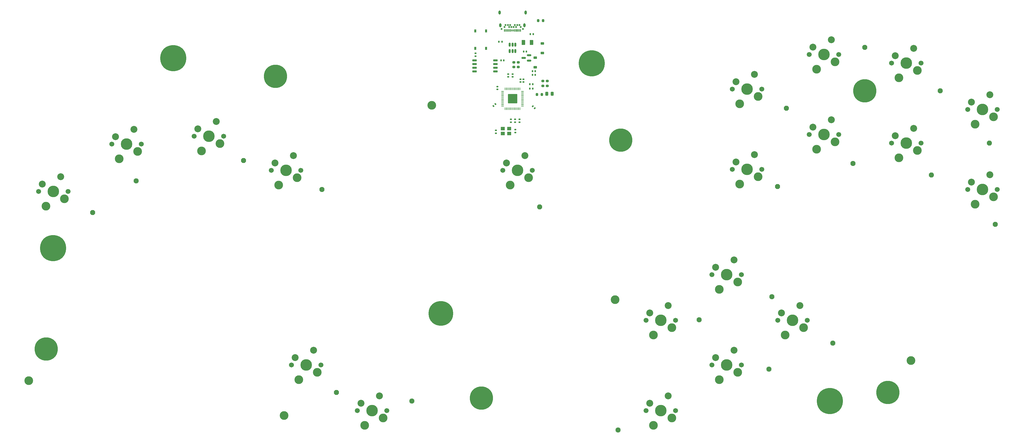
<source format=gbr>
%TF.GenerationSoftware,KiCad,Pcbnew,(7.0.0)*%
%TF.CreationDate,2023-03-04T09:22:39-05:00*%
%TF.ProjectId,ICOF1,49434f46-312e-46b6-9963-61645f706362,rev?*%
%TF.SameCoordinates,Original*%
%TF.FileFunction,Soldermask,Top*%
%TF.FilePolarity,Negative*%
%FSLAX46Y46*%
G04 Gerber Fmt 4.6, Leading zero omitted, Abs format (unit mm)*
G04 Created by KiCad (PCBNEW (7.0.0)) date 2023-03-04 09:22:39*
%MOMM*%
%LPD*%
G01*
G04 APERTURE LIST*
G04 Aperture macros list*
%AMRoundRect*
0 Rectangle with rounded corners*
0 $1 Rounding radius*
0 $2 $3 $4 $5 $6 $7 $8 $9 X,Y pos of 4 corners*
0 Add a 4 corners polygon primitive as box body*
4,1,4,$2,$3,$4,$5,$6,$7,$8,$9,$2,$3,0*
0 Add four circle primitives for the rounded corners*
1,1,$1+$1,$2,$3*
1,1,$1+$1,$4,$5*
1,1,$1+$1,$6,$7*
1,1,$1+$1,$8,$9*
0 Add four rect primitives between the rounded corners*
20,1,$1+$1,$2,$3,$4,$5,0*
20,1,$1+$1,$4,$5,$6,$7,0*
20,1,$1+$1,$6,$7,$8,$9,0*
20,1,$1+$1,$8,$9,$2,$3,0*%
%AMFreePoly0*
4,1,17,0.425901,0.806901,0.806901,0.425901,0.825500,0.381000,0.825500,-0.381000,0.806901,-0.425901,0.425901,-0.806901,0.381000,-0.825500,-0.381000,-0.825500,-0.425901,-0.806901,-0.806901,-0.425901,-0.825500,-0.381000,-0.825500,0.381000,-0.806901,0.425901,-0.425901,0.806901,-0.381000,0.825500,0.381000,0.825500,0.425901,0.806901,0.425901,0.806901,$1*%
G04 Aperture macros list end*
%ADD10R,0.750000X1.000000*%
%ADD11RoundRect,0.243750X-0.243750X-0.456250X0.243750X-0.456250X0.243750X0.456250X-0.243750X0.456250X0*%
%ADD12RoundRect,0.200000X-0.200000X-0.275000X0.200000X-0.275000X0.200000X0.275000X-0.200000X0.275000X0*%
%ADD13RoundRect,0.144000X-1.456000X-1.456000X1.456000X-1.456000X1.456000X1.456000X-1.456000X1.456000X0*%
%ADD14RoundRect,0.050000X-0.050000X-0.387500X0.050000X-0.387500X0.050000X0.387500X-0.050000X0.387500X0*%
%ADD15RoundRect,0.050000X-0.387500X-0.050000X0.387500X-0.050000X0.387500X0.050000X-0.387500X0.050000X0*%
%ADD16C,2.374900*%
%ADD17C,1.701800*%
%ADD18C,3.000000*%
%ADD19C,3.987800*%
%ADD20FreePoly0,0.000000*%
%ADD21C,9.000000*%
%ADD22C,8.000000*%
%ADD23RoundRect,0.140000X0.170000X-0.140000X0.170000X0.140000X-0.170000X0.140000X-0.170000X-0.140000X0*%
%ADD24RoundRect,0.200000X-0.275000X0.200000X-0.275000X-0.200000X0.275000X-0.200000X0.275000X0.200000X0*%
%ADD25RoundRect,0.150000X0.587500X0.150000X-0.587500X0.150000X-0.587500X-0.150000X0.587500X-0.150000X0*%
%ADD26RoundRect,0.140000X0.140000X0.170000X-0.140000X0.170000X-0.140000X-0.170000X0.140000X-0.170000X0*%
%ADD27RoundRect,0.200000X0.275000X-0.200000X0.275000X0.200000X-0.275000X0.200000X-0.275000X-0.200000X0*%
%ADD28RoundRect,0.140000X-0.219203X-0.021213X-0.021213X-0.219203X0.219203X0.021213X0.021213X0.219203X0*%
%ADD29RoundRect,0.135000X0.135000X0.185000X-0.135000X0.185000X-0.135000X-0.185000X0.135000X-0.185000X0*%
%ADD30R,1.400000X1.200000*%
%ADD31RoundRect,0.140000X-0.021213X0.219203X-0.219203X0.021213X0.021213X-0.219203X0.219203X-0.021213X0*%
%ADD32RoundRect,0.250000X-0.375000X-0.625000X0.375000X-0.625000X0.375000X0.625000X-0.375000X0.625000X0*%
%ADD33RoundRect,0.225000X0.375000X-0.225000X0.375000X0.225000X-0.375000X0.225000X-0.375000X-0.225000X0*%
%ADD34RoundRect,0.200000X0.200000X0.275000X-0.200000X0.275000X-0.200000X-0.275000X0.200000X-0.275000X0*%
%ADD35RoundRect,0.140000X-0.140000X-0.170000X0.140000X-0.170000X0.140000X0.170000X-0.140000X0.170000X0*%
%ADD36RoundRect,0.135000X0.185000X-0.135000X0.185000X0.135000X-0.185000X0.135000X-0.185000X-0.135000X0*%
%ADD37RoundRect,0.140000X-0.170000X0.140000X-0.170000X-0.140000X0.170000X-0.140000X0.170000X0.140000X0*%
%ADD38RoundRect,0.135000X-0.185000X0.135000X-0.185000X-0.135000X0.185000X-0.135000X0.185000X0.135000X0*%
%ADD39C,8.500000*%
%ADD40RoundRect,0.150000X-0.150000X0.512500X-0.150000X-0.512500X0.150000X-0.512500X0.150000X0.512500X0*%
%ADD41RoundRect,0.135000X-0.135000X-0.185000X0.135000X-0.185000X0.135000X0.185000X-0.135000X0.185000X0*%
%ADD42O,0.800000X1.400000*%
%ADD43C,0.650000*%
%ADD44R,0.300000X0.900000*%
%ADD45R,0.300000X0.700000*%
%ADD46RoundRect,0.150000X-0.650000X-0.150000X0.650000X-0.150000X0.650000X0.150000X-0.650000X0.150000X0*%
G04 APERTURE END LIST*
D10*
%TO.C,SW1*%
X201608999Y-30407106D03*
X201608999Y-36407106D03*
X197858999Y-30407106D03*
X197858999Y-36407106D03*
%TD*%
D11*
%TO.C,D3*%
X222492500Y-52075000D03*
X224367500Y-52075000D03*
%TD*%
D12*
%TO.C,R4*%
X219155000Y-52325000D03*
X220805000Y-52325000D03*
%TD*%
D13*
%TO.C,U3*%
X210704000Y-53802107D03*
D14*
X208104000Y-50364607D03*
X208504000Y-50364607D03*
X208904000Y-50364607D03*
X209304000Y-50364607D03*
X209704000Y-50364607D03*
X210104000Y-50364607D03*
X210504000Y-50364607D03*
X210904000Y-50364607D03*
X211304000Y-50364607D03*
X211704000Y-50364607D03*
X212104000Y-50364607D03*
X212504000Y-50364607D03*
X212904000Y-50364607D03*
X213304000Y-50364607D03*
D15*
X214141500Y-51202107D03*
X214141500Y-51602107D03*
X214141500Y-52002107D03*
X214141500Y-52402107D03*
X214141500Y-52802107D03*
X214141500Y-53202107D03*
X214141500Y-53602107D03*
X214141500Y-54002107D03*
X214141500Y-54402107D03*
X214141500Y-54802107D03*
X214141500Y-55202107D03*
X214141500Y-55602107D03*
X214141500Y-56002107D03*
X214141500Y-56402107D03*
D14*
X213304000Y-57239607D03*
X212904000Y-57239607D03*
X212504000Y-57239607D03*
X212104000Y-57239607D03*
X211704000Y-57239607D03*
X211304000Y-57239607D03*
X210904000Y-57239607D03*
X210504000Y-57239607D03*
X210104000Y-57239607D03*
X209704000Y-57239607D03*
X209304000Y-57239607D03*
X208904000Y-57239607D03*
X208504000Y-57239607D03*
X208104000Y-57239607D03*
D15*
X207266500Y-56402107D03*
X207266500Y-56002107D03*
X207266500Y-55602107D03*
X207266500Y-55202107D03*
X207266500Y-54802107D03*
X207266500Y-54402107D03*
X207266500Y-54002107D03*
X207266500Y-53602107D03*
X207266500Y-53202107D03*
X207266500Y-52802107D03*
X207266500Y-52402107D03*
X207266500Y-52002107D03*
X207266500Y-51602107D03*
X207266500Y-51202107D03*
%TD*%
D16*
%TO.C,U$15*%
X348911100Y-64027600D03*
X342561100Y-66567600D03*
D17*
X341291100Y-69107600D03*
D18*
X343831100Y-74187600D03*
D19*
X346371100Y-69107600D03*
D18*
X350181100Y-71647600D03*
D17*
X351451100Y-69107600D03*
%TD*%
D16*
%TO.C,U$19*%
X309680100Y-125157600D03*
X303330100Y-127697600D03*
D17*
X302060100Y-130237600D03*
D18*
X304600100Y-135317600D03*
D19*
X307140100Y-130237600D03*
D18*
X310950100Y-132777600D03*
D17*
X312220100Y-130237600D03*
%TD*%
D16*
%TO.C,SW8*%
X108672100Y-61658600D03*
X102322100Y-64198600D03*
D17*
X101052100Y-66738600D03*
D18*
X103592100Y-71818600D03*
D19*
X106132100Y-66738600D03*
D18*
X109942100Y-69278600D03*
D17*
X111212100Y-66738600D03*
%TD*%
D20*
%TO.C,JP18*%
X275031100Y-130103600D03*
%TD*%
D21*
%TO.C,@HOLE15*%
X320031100Y-158103600D03*
%TD*%
D18*
%TO.C,@HOLE1*%
X348031100Y-144103600D03*
%TD*%
D22*
%TO.C,@HOLE6*%
X50031100Y-140103600D03*
%TD*%
D23*
%TO.C,C13*%
X205468750Y-49623125D03*
X205468750Y-50583125D03*
%TD*%
D24*
%TO.C,R5*%
X221154000Y-49337107D03*
X221154000Y-47687107D03*
%TD*%
D20*
%TO.C,JP13*%
X358031100Y-51103600D03*
%TD*%
D25*
%TO.C,U1*%
X214539000Y-39727107D03*
X216414000Y-38777107D03*
X216414000Y-40677107D03*
%TD*%
D16*
%TO.C,U$14*%
X320556100Y-61052600D03*
X314206100Y-63592600D03*
D17*
X312936100Y-66132600D03*
D18*
X315476100Y-71212600D03*
D19*
X318016100Y-66132600D03*
D18*
X321826100Y-68672600D03*
D17*
X323096100Y-66132600D03*
%TD*%
D21*
%TO.C,@HOLE11*%
X238031100Y-41603600D03*
%TD*%
D22*
%TO.C,@HOLE8*%
X248031100Y-68103600D03*
%TD*%
D26*
%TO.C,C2*%
X214544000Y-37487107D03*
X215504000Y-37487107D03*
%TD*%
D18*
%TO.C,@HOLE0*%
X132031100Y-163103600D03*
%TD*%
D16*
%TO.C,U$16*%
X375134100Y-80063600D03*
X368784100Y-82603600D03*
D17*
X367514100Y-85143600D03*
D18*
X370054100Y-90223600D03*
D19*
X372594100Y-85143600D03*
D18*
X376404100Y-87683600D03*
D17*
X377674100Y-85143600D03*
%TD*%
D16*
%TO.C,U$8*%
X214976100Y-73421600D03*
X208626100Y-75961600D03*
D17*
X207356100Y-78501600D03*
D18*
X209896100Y-83581600D03*
D19*
X212436100Y-78501600D03*
D18*
X216246100Y-81041600D03*
D17*
X217516100Y-78501600D03*
%TD*%
D27*
%TO.C,R6*%
X222694000Y-47687107D03*
X222694000Y-49337107D03*
%TD*%
D28*
%TO.C,C11*%
X218349411Y-57062411D03*
X217670589Y-56383589D03*
%TD*%
D29*
%TO.C,R2*%
X206044000Y-34137107D03*
X207064000Y-34137107D03*
%TD*%
D20*
%TO.C,JP20*%
X299031100Y-147103600D03*
%TD*%
D16*
%TO.C,U$17*%
X287023100Y-109387600D03*
X280673100Y-111927600D03*
D17*
X279403100Y-114467600D03*
D18*
X281943100Y-119547600D03*
D19*
X284483100Y-114467600D03*
D18*
X288293100Y-117007600D03*
D17*
X289563100Y-114467600D03*
%TD*%
D30*
%TO.C,Y1*%
X209517999Y-65796356D03*
X207317999Y-65796356D03*
X207317999Y-64096356D03*
X209517999Y-64096356D03*
%TD*%
D16*
%TO.C,U$12*%
X375134100Y-52453600D03*
X368784100Y-54993600D03*
D17*
X367514100Y-57533600D03*
D18*
X370054100Y-62613600D03*
D19*
X372594100Y-57533600D03*
D18*
X376404100Y-60073600D03*
D17*
X377674100Y-57533600D03*
%TD*%
D16*
%TO.C,U$9*%
X294038100Y-45438600D03*
X287688100Y-47978600D03*
D17*
X286418100Y-50518600D03*
D18*
X288958100Y-55598600D03*
D19*
X291498100Y-50518600D03*
D18*
X295308100Y-53058600D03*
D17*
X296578100Y-50518600D03*
%TD*%
D16*
%TO.C,U$20*%
X287023100Y-140572600D03*
X280673100Y-143112600D03*
D17*
X279403100Y-145652600D03*
D18*
X281943100Y-150732600D03*
D19*
X284483100Y-145652600D03*
D18*
X288293100Y-148192600D03*
D17*
X289563100Y-145652600D03*
%TD*%
D31*
%TO.C,C15*%
X204113339Y-56284536D03*
X204792161Y-55605714D03*
%TD*%
D20*
%TO.C,JP10*%
X302031100Y-84103600D03*
%TD*%
%TO.C,JP12*%
X332031100Y-36103600D03*
%TD*%
%TO.C,JP7*%
X176031100Y-158103600D03*
%TD*%
D23*
%TO.C,C8*%
X211691750Y-64482125D03*
X211691750Y-65442125D03*
%TD*%
D20*
%TO.C,JP16*%
X355031100Y-80103600D03*
%TD*%
D32*
%TO.C,F1*%
X217234000Y-34367107D03*
X214434000Y-34367107D03*
%TD*%
D20*
%TO.C,JP6*%
X150031100Y-155103600D03*
%TD*%
D16*
%TO.C,U$18*%
X264336100Y-125157600D03*
X257986100Y-127697600D03*
D17*
X256716100Y-130237600D03*
D18*
X259256100Y-135317600D03*
D19*
X261796100Y-130237600D03*
D18*
X265606100Y-132777600D03*
D17*
X266876100Y-130237600D03*
%TD*%
D22*
%TO.C,@HOLE4*%
X332031100Y-51103600D03*
%TD*%
D33*
%TO.C,D2*%
X220954000Y-34737107D03*
X220954000Y-38037107D03*
%TD*%
D20*
%TO.C,JP19*%
X321031100Y-138103600D03*
%TD*%
D17*
%TO.C,U$21*%
X266876100Y-161422600D03*
D18*
X265606100Y-163962600D03*
D19*
X261796100Y-161422600D03*
D18*
X259256100Y-166502600D03*
D17*
X256716100Y-161422600D03*
D16*
X257986100Y-158882600D03*
X264336100Y-156342600D03*
%TD*%
D34*
%TO.C,R1*%
X219555000Y-26850000D03*
X221205000Y-26850000D03*
%TD*%
D26*
%TO.C,C9*%
X217564000Y-44332107D03*
X218524000Y-44332107D03*
%TD*%
D20*
%TO.C,JP2*%
X66031100Y-93103600D03*
%TD*%
D18*
%TO.C,@HOLE3*%
X246031100Y-123103600D03*
%TD*%
D35*
%TO.C,C1*%
X218524000Y-45532107D03*
X217564000Y-45532107D03*
%TD*%
D22*
%TO.C,@HOLE5*%
X340031100Y-155103600D03*
%TD*%
D23*
%TO.C,C4*%
X213469750Y-47083125D03*
X213469750Y-48043125D03*
%TD*%
D20*
%TO.C,JP3*%
X81031100Y-82103600D03*
%TD*%
D36*
%TO.C,R11*%
X210130000Y-60890000D03*
X210130000Y-61910000D03*
%TD*%
D37*
%TO.C,C6*%
X213117000Y-61870357D03*
X213117000Y-60910357D03*
%TD*%
D35*
%TO.C,C16*%
X217661000Y-48817357D03*
X216701000Y-48817357D03*
%TD*%
D18*
%TO.C,@HOLE10*%
X182930000Y-56050000D03*
%TD*%
D20*
%TO.C,JP17*%
X300031100Y-122103600D03*
%TD*%
D16*
%TO.C,SW10*%
X135244100Y-73421600D03*
X128894100Y-75961600D03*
D17*
X127624100Y-78501600D03*
D18*
X130164100Y-83581600D03*
D19*
X132704100Y-78501600D03*
D18*
X136514100Y-81041600D03*
D17*
X137784100Y-78501600D03*
%TD*%
D20*
%TO.C,JP14*%
X375031100Y-69103600D03*
%TD*%
D23*
%TO.C,C12*%
X214485750Y-47083125D03*
X214485750Y-48043125D03*
%TD*%
D35*
%TO.C,C3*%
X207704000Y-40547107D03*
X206744000Y-40547107D03*
%TD*%
D37*
%TO.C,C7*%
X204989000Y-65696125D03*
X204989000Y-64736125D03*
%TD*%
D20*
%TO.C,JP11*%
X328031100Y-76103600D03*
%TD*%
%TO.C,JP8*%
X220031100Y-91103600D03*
%TD*%
D21*
%TO.C,@HOLE12*%
X52431100Y-105303600D03*
%TD*%
D24*
%TO.C,R9*%
X212664000Y-42872107D03*
X212664000Y-41222107D03*
%TD*%
D20*
%TO.C,JP15*%
X377031100Y-97103600D03*
%TD*%
D38*
%TO.C,R10*%
X197974000Y-39137107D03*
X197974000Y-38117107D03*
%TD*%
D16*
%TO.C,U$7*%
X164891100Y-156341600D03*
X158541100Y-158881600D03*
D17*
X157271100Y-161421600D03*
D18*
X159811100Y-166501600D03*
D19*
X162351100Y-161421600D03*
D18*
X166161100Y-163961600D03*
D17*
X167431100Y-161421600D03*
%TD*%
D20*
%TO.C,JP5*%
X145031100Y-85103600D03*
%TD*%
D22*
%TO.C,@HOLE7*%
X129031100Y-46103600D03*
%TD*%
D24*
%TO.C,R8*%
X211134000Y-42872107D03*
X211134000Y-41222107D03*
%TD*%
D16*
%TO.C,U$11*%
X348911100Y-36417600D03*
X342561100Y-38957600D03*
D17*
X341291100Y-41497600D03*
D18*
X343831100Y-46577600D03*
D19*
X346371100Y-41497600D03*
D18*
X350181100Y-44037600D03*
D17*
X351451100Y-41497600D03*
%TD*%
D23*
%TO.C,C10*%
X210704000Y-45289357D03*
X210704000Y-46249357D03*
%TD*%
D16*
%TO.C,U$13*%
X294038100Y-73047600D03*
X287688100Y-75587600D03*
D17*
X286418100Y-78127600D03*
D18*
X288958100Y-83207600D03*
D19*
X291498100Y-78127600D03*
D18*
X295308100Y-80667600D03*
D17*
X296578100Y-78127600D03*
%TD*%
D33*
%TO.C,D1*%
X218574000Y-39667107D03*
X218574000Y-42967107D03*
%TD*%
D18*
%TO.C,@HOLE2*%
X44031100Y-151103600D03*
%TD*%
D37*
%TO.C,C14*%
X211593000Y-61870357D03*
X211593000Y-60910357D03*
%TD*%
D20*
%TO.C,JP4*%
X118031100Y-75103600D03*
%TD*%
D23*
%TO.C,C5*%
X209180000Y-45289357D03*
X209180000Y-46249357D03*
%TD*%
D39*
%TO.C,@HOLE14*%
X186031100Y-127903600D03*
%TD*%
D21*
%TO.C,@HOLE13*%
X93831100Y-39803600D03*
%TD*%
D16*
%TO.C,SW6*%
X80316100Y-64384600D03*
X73966100Y-66924600D03*
D17*
X72696100Y-69464600D03*
D18*
X75236100Y-74544600D03*
D19*
X77776100Y-69464600D03*
D18*
X81586100Y-72004600D03*
D17*
X82856100Y-69464600D03*
%TD*%
D16*
%TO.C,SW4*%
X55036100Y-80687600D03*
X48686100Y-83227600D03*
D17*
X47416100Y-85767600D03*
D18*
X49956100Y-90847600D03*
D19*
X52496100Y-85767600D03*
D18*
X56306100Y-88307600D03*
D17*
X57576100Y-85767600D03*
%TD*%
D40*
%TO.C,U2*%
X211654000Y-37394607D03*
X210704000Y-37394607D03*
X209754000Y-37394607D03*
X209754000Y-35119607D03*
X210704000Y-35119607D03*
X211654000Y-35119607D03*
%TD*%
D16*
%TO.C,U$6*%
X142203100Y-140572600D03*
X135853100Y-143112600D03*
D17*
X134583100Y-145652600D03*
D18*
X137123100Y-150732600D03*
D19*
X139663100Y-145652600D03*
D18*
X143473100Y-148192600D03*
D17*
X144743100Y-145652600D03*
%TD*%
D22*
%TO.C,@HOLE9*%
X200031100Y-157103600D03*
%TD*%
D20*
%TO.C,JP21*%
X247031100Y-168103600D03*
%TD*%
D16*
%TO.C,U$10*%
X320556100Y-33442600D03*
X314206100Y-35982600D03*
D17*
X312936100Y-38522600D03*
D18*
X315476100Y-43602600D03*
D19*
X318016100Y-38522600D03*
D18*
X321826100Y-41062600D03*
D17*
X323096100Y-38522600D03*
%TD*%
D35*
%TO.C,C17*%
X217661000Y-50341357D03*
X216701000Y-50341357D03*
%TD*%
D41*
%TO.C,R3*%
X217894000Y-31477107D03*
X216874000Y-31477107D03*
%TD*%
D42*
%TO.C,J1*%
X206233999Y-24077106D03*
X206518999Y-28467106D03*
X214778999Y-28467106D03*
X215213999Y-24077106D03*
D43*
X213524000Y-29067107D03*
X213124000Y-28367107D03*
X212324000Y-28367107D03*
X211924000Y-29067107D03*
X211524000Y-28367107D03*
X211124000Y-29067107D03*
X210324000Y-29067107D03*
X209924000Y-28367107D03*
X209524000Y-29067107D03*
X209124000Y-28367107D03*
X208324000Y-28367107D03*
X207924000Y-29067107D03*
D44*
X207973999Y-30277106D03*
X208473999Y-30277106D03*
X208973999Y-30277106D03*
X209473999Y-30277106D03*
X209973999Y-30277106D03*
D45*
X210473999Y-30277106D03*
X210973999Y-30277106D03*
D44*
X211473999Y-30277106D03*
X211973999Y-30277106D03*
X212473999Y-30277106D03*
X212973999Y-30277106D03*
X213473999Y-30277106D03*
D43*
X206974000Y-29717107D03*
X214324000Y-29717107D03*
%TD*%
D46*
%TO.C,U4*%
X204830000Y-40545000D03*
X204830000Y-41815000D03*
X204830000Y-43085000D03*
X204830000Y-44355000D03*
X197630000Y-44355000D03*
X197630000Y-43085000D03*
X197630000Y-41815000D03*
X197630000Y-40545000D03*
%TD*%
D20*
%TO.C,JP9*%
X305031100Y-57103600D03*
%TD*%
M02*

</source>
